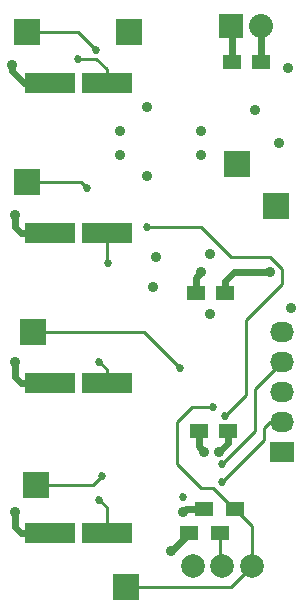
<source format=gbl>
G04 #@! TF.FileFunction,Copper,L4,Bot,Signal*
%FSLAX46Y46*%
G04 Gerber Fmt 4.6, Leading zero omitted, Abs format (unit mm)*
G04 Created by KiCad (PCBNEW 0.201505220134+5676~23~ubuntu14.04.1-product) date Mon 25 May 2015 02:30:49 PM EDT*
%MOMM*%
G01*
G04 APERTURE LIST*
%ADD10C,0.100000*%
%ADD11R,1.500000X1.250000*%
%ADD12R,2.032000X2.032000*%
%ADD13O,2.032000X2.032000*%
%ADD14R,1.500000X1.300000*%
%ADD15R,4.200000X1.800000*%
%ADD16R,2.032000X1.727200*%
%ADD17O,2.032000X1.727200*%
%ADD18R,2.235200X2.235200*%
%ADD19C,2.000000*%
%ADD20C,0.889000*%
%ADD21C,0.685800*%
%ADD22C,0.609600*%
%ADD23C,0.254000*%
G04 APERTURE END LIST*
D10*
D11*
X99802000Y-72136000D03*
X97302000Y-72136000D03*
X96754000Y-91694000D03*
X94254000Y-91694000D03*
X94508000Y-103378000D03*
X97008000Y-103378000D03*
D12*
X97282000Y-69088000D03*
D13*
X99822000Y-69088000D03*
D14*
X94916000Y-109982000D03*
X97616000Y-109982000D03*
X96346000Y-112014000D03*
X93646000Y-112014000D03*
D15*
X81928000Y-73914000D03*
X86728000Y-73914000D03*
X81928000Y-99314000D03*
X86728000Y-99314000D03*
X81928000Y-112014000D03*
X86728000Y-112014000D03*
X81928000Y-86614000D03*
X86728000Y-86614000D03*
D16*
X101600000Y-105156000D03*
D17*
X101600000Y-102616000D03*
X101600000Y-100076000D03*
X101600000Y-97536000D03*
X101600000Y-94996000D03*
D18*
X88646000Y-69596000D03*
X101092000Y-84328000D03*
X97790000Y-80772000D03*
X88392000Y-116586000D03*
X80010000Y-69596000D03*
X80518000Y-94996000D03*
X80772000Y-107950000D03*
X80010000Y-82296000D03*
D19*
X99020000Y-114808000D03*
X96520000Y-114808000D03*
X94020000Y-114808000D03*
D20*
X93218000Y-110236000D03*
X102362000Y-92964000D03*
X101346000Y-78994000D03*
X94742000Y-77978000D03*
X94996000Y-105156000D03*
X100584000Y-89916000D03*
X92202000Y-113538000D03*
X102108000Y-72644000D03*
X99314000Y-76200000D03*
X94742000Y-80010000D03*
X94742000Y-89916000D03*
X96266000Y-105156000D03*
D21*
X85852000Y-71120000D03*
X84328000Y-71882000D03*
X92964000Y-98044000D03*
X86106000Y-97536000D03*
X86360000Y-107188000D03*
X86106000Y-109220000D03*
X96774000Y-102108000D03*
X90170000Y-86106000D03*
X85090000Y-82804000D03*
X86868000Y-89154000D03*
D20*
X87884000Y-77978000D03*
X90170000Y-75946000D03*
X87884000Y-80010000D03*
X90170000Y-81788000D03*
X78994000Y-85090000D03*
X78740000Y-72390000D03*
X78994000Y-110236000D03*
X78994000Y-97536000D03*
X90932000Y-88646000D03*
X90678000Y-91186000D03*
X95504000Y-88392000D03*
X95504000Y-93472000D03*
D21*
X95758000Y-101346000D03*
X96520000Y-107696000D03*
X93218000Y-108966000D03*
X96520000Y-106172000D03*
D22*
X99802000Y-69108000D02*
X99822000Y-69088000D01*
X99802000Y-72136000D02*
X99802000Y-69108000D01*
X94916000Y-109982000D02*
X93472000Y-109982000D01*
X93472000Y-109982000D02*
X93218000Y-110236000D01*
X97302000Y-69108000D02*
X97282000Y-69088000D01*
X97302000Y-72136000D02*
X97302000Y-69108000D01*
X94996000Y-105156000D02*
X94508000Y-104668000D01*
X94508000Y-104668000D02*
X94508000Y-103378000D01*
X96754000Y-90698000D02*
X97536000Y-89916000D01*
X97536000Y-89916000D02*
X100584000Y-89916000D01*
X96754000Y-91694000D02*
X96754000Y-90698000D01*
X93646000Y-112014000D02*
X93646000Y-112094000D01*
X93646000Y-112094000D02*
X92202000Y-113538000D01*
X94254000Y-90404000D02*
X94254000Y-91694000D01*
X94254000Y-90404000D02*
X94742000Y-89916000D01*
X96266000Y-105156000D02*
X97008000Y-104414000D01*
X97008000Y-104414000D02*
X97008000Y-103378000D01*
D23*
X84328000Y-69596000D02*
X85852000Y-71120000D01*
X80010000Y-69596000D02*
X84328000Y-69596000D01*
X86728000Y-72758000D02*
X85852000Y-71882000D01*
X85852000Y-71882000D02*
X84328000Y-71882000D01*
X86728000Y-73914000D02*
X86728000Y-72758000D01*
X89916000Y-94996000D02*
X92964000Y-98044000D01*
X80518000Y-94996000D02*
X89916000Y-94996000D01*
X86106000Y-97536000D02*
X86728000Y-98158000D01*
X86728000Y-98158000D02*
X86728000Y-99314000D01*
X85598000Y-107950000D02*
X86360000Y-107188000D01*
X80772000Y-107950000D02*
X85598000Y-107950000D01*
X86728000Y-109842000D02*
X86106000Y-109220000D01*
X86728000Y-112014000D02*
X86728000Y-109842000D01*
X101600000Y-89662000D02*
X100584000Y-88646000D01*
X101600000Y-90932000D02*
X101600000Y-89662000D01*
X98552000Y-93980000D02*
X101600000Y-90932000D01*
X98552000Y-100330000D02*
X98552000Y-93980000D01*
X96774000Y-102108000D02*
X98552000Y-100330000D01*
X95250000Y-86614000D02*
X94742000Y-86106000D01*
X94742000Y-86106000D02*
X90170000Y-86106000D01*
X84582000Y-82296000D02*
X85090000Y-82804000D01*
X80010000Y-82296000D02*
X84582000Y-82296000D01*
X100584000Y-88646000D02*
X97282000Y-88646000D01*
X97282000Y-88646000D02*
X95250000Y-86614000D01*
X86728000Y-89014000D02*
X86868000Y-89154000D01*
X86728000Y-86614000D02*
X86728000Y-89014000D01*
D22*
X79502000Y-86614000D02*
X78994000Y-86106000D01*
X78994000Y-86106000D02*
X78994000Y-85090000D01*
X81928000Y-86614000D02*
X79502000Y-86614000D01*
X79756000Y-73914000D02*
X78740000Y-72898000D01*
X78740000Y-72898000D02*
X78740000Y-72390000D01*
X81928000Y-73914000D02*
X79756000Y-73914000D01*
X79502000Y-112014000D02*
X78994000Y-111506000D01*
X78994000Y-111506000D02*
X78994000Y-110236000D01*
X81928000Y-112014000D02*
X79502000Y-112014000D01*
X79502000Y-99314000D02*
X78994000Y-98806000D01*
X78994000Y-98806000D02*
X78994000Y-97536000D01*
X81928000Y-99314000D02*
X79502000Y-99314000D01*
D23*
X88392000Y-116586000D02*
X97242000Y-116586000D01*
X97242000Y-116586000D02*
X99020000Y-114808000D01*
X97616000Y-109982000D02*
X97536000Y-109982000D01*
X97536000Y-109982000D02*
X95758000Y-108204000D01*
X93980000Y-101346000D02*
X95758000Y-101346000D01*
X92710000Y-102616000D02*
X93980000Y-101346000D01*
X92710000Y-106172000D02*
X92710000Y-102616000D01*
X94742000Y-108204000D02*
X92710000Y-106172000D01*
X95758000Y-108204000D02*
X94742000Y-108204000D01*
X99020000Y-114808000D02*
X99020000Y-111386000D01*
X99020000Y-111386000D02*
X97616000Y-109982000D01*
X96346000Y-112014000D02*
X96346000Y-114634000D01*
X96346000Y-114634000D02*
X96520000Y-114808000D01*
X100076000Y-103124000D02*
X100584000Y-102616000D01*
X100076000Y-104140000D02*
X100076000Y-103124000D01*
X96520000Y-107696000D02*
X100076000Y-104140000D01*
X100584000Y-102616000D02*
X101600000Y-102616000D01*
X99314000Y-99822000D02*
X101600000Y-97536000D01*
X99314000Y-103378000D02*
X99314000Y-99822000D01*
X96520000Y-106172000D02*
X99314000Y-103378000D01*
M02*

</source>
